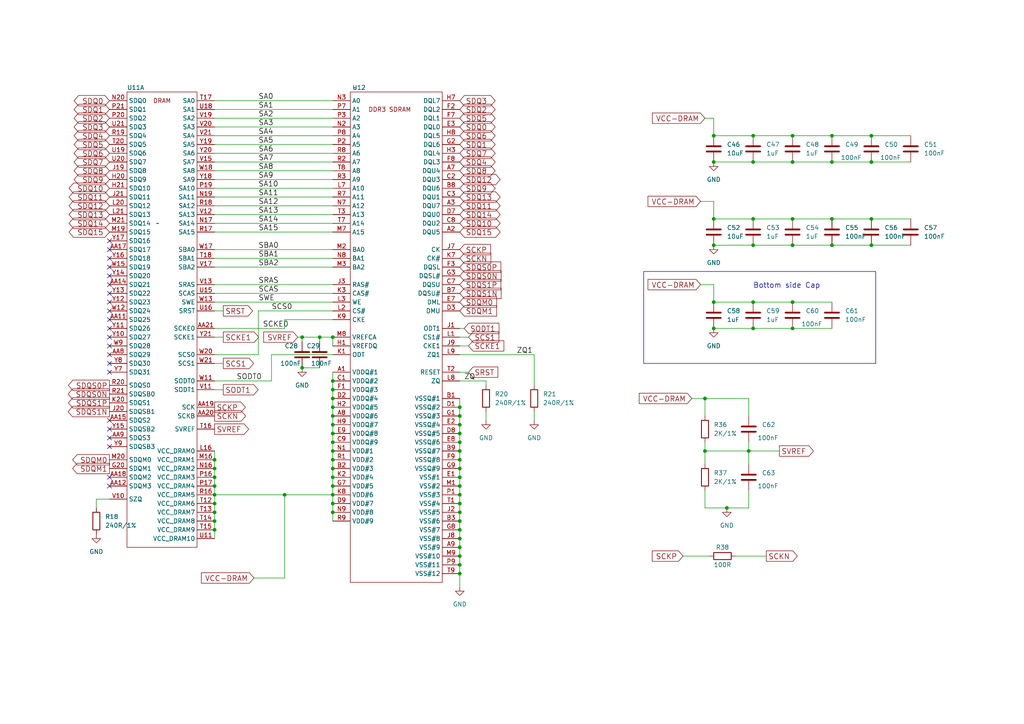
<source format=kicad_sch>
(kicad_sch (version 20230121) (generator eeschema)
  (paper "A4")
  (junction (at 252.73 46.99))
  (junction (at 62.23 135.89))
  (junction (at 241.3 39.37))
  (junction (at 204.47 130.81))
  (junction (at 229.87 63.5))
  (junction (at 62.23 143.51))
  (junction (at 133.35 166.37))
  (junction (at 133.35 140.97))
  (junction (at 62.23 148.59))
  (junction (at 96.52 125.73))
  (junction (at 252.73 39.37))
  (junction (at 207.01 39.37))
  (junction (at 133.35 125.73))
  (junction (at 229.87 95.25))
  (junction (at 218.44 46.99))
  (junction (at 133.35 118.11))
  (junction (at 218.44 71.12))
  (junction (at 96.52 113.03))
  (junction (at 229.87 39.37))
  (junction (at 96.52 148.59))
  (junction (at 133.35 123.19))
  (junction (at 207.01 87.63))
  (junction (at 229.87 46.99))
  (junction (at 87.63 106.68))
  (junction (at 96.52 97.79))
  (junction (at 133.35 156.21))
  (junction (at 96.52 135.89))
  (junction (at 133.35 161.29))
  (junction (at 96.52 130.81))
  (junction (at 96.52 110.49))
  (junction (at 62.23 140.97))
  (junction (at 204.47 115.57))
  (junction (at 133.35 146.05))
  (junction (at 217.17 130.81))
  (junction (at 92.71 97.79))
  (junction (at 133.35 138.43))
  (junction (at 218.44 87.63))
  (junction (at 218.44 63.5))
  (junction (at 87.63 97.79))
  (junction (at 229.87 87.63))
  (junction (at 218.44 39.37))
  (junction (at 218.44 95.25))
  (junction (at 133.35 120.65))
  (junction (at 252.73 71.12))
  (junction (at 229.87 71.12))
  (junction (at 96.52 120.65))
  (junction (at 62.23 153.67))
  (junction (at 62.23 151.13))
  (junction (at 96.52 128.27))
  (junction (at 96.52 115.57))
  (junction (at 133.35 158.75))
  (junction (at 96.52 140.97))
  (junction (at 96.52 146.05))
  (junction (at 241.3 71.12))
  (junction (at 133.35 130.81))
  (junction (at 62.23 138.43))
  (junction (at 62.23 133.35))
  (junction (at 96.52 143.51))
  (junction (at 133.35 153.67))
  (junction (at 207.01 46.99))
  (junction (at 96.52 133.35))
  (junction (at 133.35 133.35))
  (junction (at 82.55 143.51))
  (junction (at 133.35 128.27))
  (junction (at 207.01 71.12))
  (junction (at 133.35 135.89))
  (junction (at 96.52 118.11))
  (junction (at 241.3 46.99))
  (junction (at 133.35 151.13))
  (junction (at 207.01 63.5))
  (junction (at 133.35 148.59))
  (junction (at 252.73 63.5))
  (junction (at 96.52 123.19))
  (junction (at 133.35 163.83))
  (junction (at 207.01 95.25))
  (junction (at 210.82 147.32))
  (junction (at 241.3 63.5))
  (junction (at 96.52 138.43))
  (junction (at 62.23 146.05))
  (junction (at 133.35 143.51))
  (no_connect (at 31.75 69.85))
  (no_connect (at 31.75 127))
  (no_connect (at 31.75 90.17))
  (no_connect (at 31.75 82.55))
  (no_connect (at 31.75 87.63))
  (no_connect (at 31.75 74.93))
  (no_connect (at 31.75 129.54))
  (no_connect (at 31.75 77.47))
  (no_connect (at 31.75 72.39))
  (no_connect (at 31.75 105.41))
  (no_connect (at 31.75 107.95))
  (no_connect (at 31.75 95.25))
  (no_connect (at 31.75 92.71))
  (no_connect (at 31.75 121.92))
  (no_connect (at 31.75 124.46))
  (no_connect (at 31.75 85.09))
  (no_connect (at 31.75 138.43))
  (no_connect (at 31.75 97.79))
  (no_connect (at 31.75 80.01))
  (no_connect (at 31.75 140.97))
  (no_connect (at 31.75 102.87))
  (no_connect (at 31.75 100.33))
  (wire (pts (xy 241.3 63.5) (xy 252.73 63.5)))
  (wire (pts (xy 62.23 67.31) (xy 96.52 67.31)))
  (wire (pts (xy 133.35 133.35) (xy 133.35 135.89)))
  (wire (pts (xy 96.52 115.57) (xy 96.52 118.11)))
  (wire (pts (xy 133.35 95.25) (xy 134.62 95.25)))
  (wire (pts (xy 96.52 107.95) (xy 96.52 110.49)))
  (wire (pts (xy 62.23 133.35) (xy 62.23 135.89)))
  (wire (pts (xy 133.35 128.27) (xy 133.35 130.81)))
  (wire (pts (xy 133.35 156.21) (xy 133.35 158.75)))
  (wire (pts (xy 204.47 130.81) (xy 217.17 130.81)))
  (wire (pts (xy 218.44 71.12) (xy 229.87 71.12)))
  (wire (pts (xy 96.52 118.11) (xy 96.52 120.65)))
  (wire (pts (xy 207.01 82.55) (xy 203.2 82.55)))
  (wire (pts (xy 207.01 63.5) (xy 207.01 58.42)))
  (wire (pts (xy 96.52 113.03) (xy 96.52 115.57)))
  (wire (pts (xy 78.74 110.49) (xy 78.74 102.87)))
  (wire (pts (xy 207.01 39.37) (xy 218.44 39.37)))
  (wire (pts (xy 133.35 118.11) (xy 133.35 120.65)))
  (wire (pts (xy 78.74 102.87) (xy 96.52 102.87)))
  (wire (pts (xy 217.17 115.57) (xy 217.17 120.65)))
  (wire (pts (xy 87.63 106.68) (xy 92.71 106.68)))
  (wire (pts (xy 133.35 166.37) (xy 133.35 170.18)))
  (wire (pts (xy 252.73 71.12) (xy 264.16 71.12)))
  (wire (pts (xy 62.23 59.69) (xy 96.52 59.69)))
  (wire (pts (xy 62.23 140.97) (xy 62.23 143.51)))
  (wire (pts (xy 96.52 146.05) (xy 96.52 148.59)))
  (wire (pts (xy 62.23 34.29) (xy 96.52 34.29)))
  (wire (pts (xy 218.44 39.37) (xy 229.87 39.37)))
  (wire (pts (xy 62.23 95.25) (xy 82.55 95.25)))
  (wire (pts (xy 62.23 85.09) (xy 96.52 85.09)))
  (wire (pts (xy 229.87 63.5) (xy 241.3 63.5)))
  (wire (pts (xy 229.87 39.37) (xy 241.3 39.37)))
  (wire (pts (xy 207.01 34.29) (xy 207.01 39.37)))
  (wire (pts (xy 241.3 71.12) (xy 252.73 71.12)))
  (wire (pts (xy 96.52 130.81) (xy 96.52 133.35)))
  (wire (pts (xy 62.23 151.13) (xy 62.23 153.67)))
  (wire (pts (xy 96.52 120.65) (xy 96.52 123.19)))
  (wire (pts (xy 207.01 87.63) (xy 218.44 87.63)))
  (wire (pts (xy 204.47 115.57) (xy 204.47 120.65)))
  (wire (pts (xy 62.23 72.39) (xy 96.52 72.39)))
  (wire (pts (xy 133.35 158.75) (xy 133.35 161.29)))
  (wire (pts (xy 229.87 87.63) (xy 241.3 87.63)))
  (wire (pts (xy 62.23 138.43) (xy 62.23 140.97)))
  (wire (pts (xy 133.35 140.97) (xy 133.35 143.51)))
  (wire (pts (xy 154.94 111.76) (xy 154.94 102.87)))
  (wire (pts (xy 96.52 128.27) (xy 96.52 130.81)))
  (wire (pts (xy 133.35 125.73) (xy 133.35 128.27)))
  (wire (pts (xy 218.44 95.25) (xy 229.87 95.25)))
  (wire (pts (xy 92.71 97.79) (xy 92.71 99.06)))
  (wire (pts (xy 154.94 102.87) (xy 133.35 102.87)))
  (wire (pts (xy 87.63 97.79) (xy 87.63 99.06)))
  (wire (pts (xy 62.23 36.83) (xy 96.52 36.83)))
  (wire (pts (xy 198.12 161.29) (xy 205.74 161.29)))
  (wire (pts (xy 217.17 130.81) (xy 217.17 134.62)))
  (wire (pts (xy 204.47 34.29) (xy 207.01 34.29)))
  (wire (pts (xy 62.23 146.05) (xy 62.23 148.59)))
  (wire (pts (xy 62.23 130.81) (xy 62.23 133.35)))
  (wire (pts (xy 133.35 135.89) (xy 133.35 138.43)))
  (wire (pts (xy 96.52 125.73) (xy 96.52 128.27)))
  (wire (pts (xy 62.23 52.07) (xy 96.52 52.07)))
  (wire (pts (xy 204.47 128.27) (xy 204.47 130.81)))
  (wire (pts (xy 207.01 46.99) (xy 218.44 46.99)))
  (wire (pts (xy 62.23 143.51) (xy 62.23 146.05)))
  (wire (pts (xy 62.23 64.77) (xy 96.52 64.77)))
  (wire (pts (xy 140.97 119.38) (xy 140.97 121.92)))
  (wire (pts (xy 62.23 148.59) (xy 62.23 151.13)))
  (wire (pts (xy 218.44 87.63) (xy 229.87 87.63)))
  (wire (pts (xy 252.73 63.5) (xy 264.16 63.5)))
  (wire (pts (xy 252.73 39.37) (xy 264.16 39.37)))
  (wire (pts (xy 62.23 54.61) (xy 96.52 54.61)))
  (wire (pts (xy 207.01 71.12) (xy 218.44 71.12)))
  (wire (pts (xy 133.35 130.81) (xy 133.35 133.35)))
  (wire (pts (xy 241.3 39.37) (xy 252.73 39.37)))
  (wire (pts (xy 229.87 71.12) (xy 241.3 71.12)))
  (wire (pts (xy 133.35 100.33) (xy 135.89 100.33)))
  (wire (pts (xy 62.23 110.49) (xy 78.74 110.49)))
  (wire (pts (xy 204.47 130.81) (xy 204.47 134.62)))
  (wire (pts (xy 62.23 143.51) (xy 82.55 143.51)))
  (wire (pts (xy 62.23 49.53) (xy 96.52 49.53)))
  (wire (pts (xy 62.23 46.99) (xy 96.52 46.99)))
  (wire (pts (xy 96.52 138.43) (xy 96.52 140.97)))
  (wire (pts (xy 96.52 148.59) (xy 96.52 151.13)))
  (wire (pts (xy 62.23 113.03) (xy 64.77 113.03)))
  (wire (pts (xy 74.93 102.87) (xy 74.93 90.17)))
  (wire (pts (xy 62.23 105.41) (xy 64.77 105.41)))
  (wire (pts (xy 87.63 97.79) (xy 92.71 97.79)))
  (wire (pts (xy 96.52 140.97) (xy 96.52 143.51)))
  (wire (pts (xy 62.23 102.87) (xy 74.93 102.87)))
  (wire (pts (xy 133.35 110.49) (xy 140.97 110.49)))
  (wire (pts (xy 218.44 63.5) (xy 229.87 63.5)))
  (wire (pts (xy 133.35 120.65) (xy 133.35 123.19)))
  (wire (pts (xy 62.23 44.45) (xy 96.52 44.45)))
  (wire (pts (xy 154.94 119.38) (xy 154.94 121.92)))
  (wire (pts (xy 96.52 92.71) (xy 82.55 92.71)))
  (wire (pts (xy 210.82 147.32) (xy 217.17 147.32)))
  (wire (pts (xy 74.93 90.17) (xy 96.52 90.17)))
  (wire (pts (xy 229.87 46.99) (xy 241.3 46.99)))
  (wire (pts (xy 31.75 144.78) (xy 27.94 144.78)))
  (wire (pts (xy 133.35 153.67) (xy 133.35 156.21)))
  (wire (pts (xy 217.17 130.81) (xy 226.06 130.81)))
  (wire (pts (xy 96.52 143.51) (xy 96.52 146.05)))
  (wire (pts (xy 62.23 82.55) (xy 96.52 82.55)))
  (wire (pts (xy 207.01 87.63) (xy 207.01 82.55)))
  (wire (pts (xy 96.52 123.19) (xy 96.52 125.73)))
  (wire (pts (xy 62.23 29.21) (xy 96.52 29.21)))
  (wire (pts (xy 62.23 62.23) (xy 96.52 62.23)))
  (wire (pts (xy 27.94 144.78) (xy 27.94 147.32)))
  (wire (pts (xy 133.35 107.95) (xy 135.89 107.95)))
  (wire (pts (xy 229.87 95.25) (xy 241.3 95.25)))
  (wire (pts (xy 252.73 46.99) (xy 264.16 46.99)))
  (wire (pts (xy 62.23 97.79) (xy 64.77 97.79)))
  (wire (pts (xy 62.23 135.89) (xy 62.23 138.43)))
  (wire (pts (xy 133.35 148.59) (xy 133.35 151.13)))
  (wire (pts (xy 96.52 97.79) (xy 96.52 100.33)))
  (wire (pts (xy 207.01 95.25) (xy 218.44 95.25)))
  (wire (pts (xy 92.71 97.79) (xy 96.52 97.79)))
  (wire (pts (xy 133.35 97.79) (xy 135.89 97.79)))
  (wire (pts (xy 82.55 167.64) (xy 73.66 167.64)))
  (wire (pts (xy 217.17 147.32) (xy 217.17 142.24)))
  (wire (pts (xy 62.23 74.93) (xy 96.52 74.93)))
  (wire (pts (xy 204.47 142.24) (xy 204.47 147.32)))
  (wire (pts (xy 96.52 133.35) (xy 96.52 135.89)))
  (wire (pts (xy 204.47 147.32) (xy 210.82 147.32)))
  (wire (pts (xy 86.36 97.79) (xy 87.63 97.79)))
  (wire (pts (xy 217.17 128.27) (xy 217.17 130.81)))
  (wire (pts (xy 133.35 143.51) (xy 133.35 146.05)))
  (wire (pts (xy 133.35 163.83) (xy 133.35 166.37)))
  (wire (pts (xy 62.23 41.91) (xy 96.52 41.91)))
  (wire (pts (xy 82.55 143.51) (xy 82.55 167.64)))
  (wire (pts (xy 200.66 115.57) (xy 204.47 115.57)))
  (wire (pts (xy 207.01 58.42) (xy 203.2 58.42)))
  (wire (pts (xy 133.35 151.13) (xy 133.35 153.67)))
  (wire (pts (xy 62.23 57.15) (xy 96.52 57.15)))
  (wire (pts (xy 207.01 63.5) (xy 218.44 63.5)))
  (wire (pts (xy 204.47 115.57) (xy 217.17 115.57)))
  (wire (pts (xy 133.35 146.05) (xy 133.35 148.59)))
  (wire (pts (xy 96.52 135.89) (xy 96.52 138.43)))
  (wire (pts (xy 218.44 46.99) (xy 229.87 46.99)))
  (wire (pts (xy 140.97 110.49) (xy 140.97 111.76)))
  (wire (pts (xy 133.35 123.19) (xy 133.35 125.73)))
  (wire (pts (xy 241.3 46.99) (xy 252.73 46.99)))
  (wire (pts (xy 213.36 161.29) (xy 222.25 161.29)))
  (wire (pts (xy 133.35 138.43) (xy 133.35 140.97)))
  (wire (pts (xy 133.35 161.29) (xy 133.35 163.83)))
  (wire (pts (xy 62.23 153.67) (xy 62.23 156.21)))
  (wire (pts (xy 62.23 39.37) (xy 96.52 39.37)))
  (wire (pts (xy 82.55 143.51) (xy 96.52 143.51)))
  (wire (pts (xy 62.23 90.17) (xy 64.77 90.17)))
  (wire (pts (xy 133.35 115.57) (xy 133.35 118.11)))
  (wire (pts (xy 62.23 87.63) (xy 96.52 87.63)))
  (wire (pts (xy 62.23 31.75) (xy 96.52 31.75)))
  (wire (pts (xy 62.23 77.47) (xy 96.52 77.47)))
  (wire (pts (xy 96.52 110.49) (xy 96.52 113.03)))
  (wire (pts (xy 82.55 92.71) (xy 82.55 95.25)))
  (rectangle (start 186.69 78.74) (end 254 105.41))
  (text "Bottom side Cap" (at 218.44 83.82 0) (effects (font (size 1.524 1.524)) (justify left bottom)))
  (label "SCS0" (at 78.74 90.17 0) (effects (font (size 1.524 1.524))))
  (label "SODT0" (at 68.58 110.49 0) (effects (font (size 1.524 1.524))))
  (label "SA15" (at 74.93 67.31 0) (effects (font (size 1.524 1.524))))
  (label "ZQ" (at 134.62 110.49 0) (effects (font (size 1.524 1.524))))
  (label "SA1" (at 74.93 31.75 0) (effects (font (size 1.524 1.524))))
  (label "SA5" (at 74.93 41.91 0) (effects (font (size 1.524 1.524))))
  (label "SA12" (at 74.93 59.69 0) (effects (font (size 1.524 1.524))))
  (label "SBA0" (at 74.93 72.39 0) (effects (font (size 1.524 1.524))))
  (label "SWE" (at 74.93 87.63 0) (effects (font (size 1.524 1.524))))
  (label "SA7" (at 74.93 46.99 0) (effects (font (size 1.524 1.524))))
  (label "SA0" (at 74.93 29.21 0) (effects (font (size 1.524 1.524))))
  (label "SRAS" (at 74.93 82.55 0) (effects (font (size 1.524 1.524))))
  (label "SA3" (at 74.93 36.83 0) (effects (font (size 1.524 1.524))))
  (label "SA11" (at 74.93 57.15 0) (effects (font (size 1.524 1.524))))
  (label "SA8" (at 74.93 49.53 0) (effects (font (size 1.524 1.524))))
  (label "SBA1" (at 74.93 74.93 0) (effects (font (size 1.524 1.524))))
  (label "SA6" (at 74.93 44.45 0) (effects (font (size 1.524 1.524))))
  (label "SA4" (at 74.93 39.37 0) (effects (font (size 1.524 1.524))))
  (label "SCAS" (at 74.93 85.09 0) (effects (font (size 1.524 1.524))))
  (label "SCKE0" (at 76.2 95.25 0) (effects (font (size 1.524 1.524))))
  (label "SBA2" (at 74.93 77.47 0) (effects (font (size 1.524 1.524))))
  (label "SA2" (at 74.93 34.29 0) (effects (font (size 1.524 1.524))))
  (label "SA9" (at 74.93 52.07 0) (effects (font (size 1.524 1.524))))
  (label "ZQ1" (at 149.86 102.87 0) (effects (font (size 1.524 1.524))))
  (label "SA10" (at 74.9145 54.61 0) (effects (font (size 1.524 1.524))))
  (label "SA14" (at 74.93 64.77 0) (effects (font (size 1.524 1.524))))
  (label "SA13" (at 74.93 62.23 0) (effects (font (size 1.524 1.524))))
  (global_label "SDQ9" (shape bidirectional) (at 31.75 52.07 180) (effects (font (size 1.524 1.524))) (property "Intersheetrefs" "${INTERSHEET_REFS}" (effects hide)))
  (global_label "SDQM1" (shape input) (at 133.35 90.17 0) (effects (font (size 1.524 1.524))) (property "Intersheetrefs" "${INTERSHEET_REFS}" (effects hide)))
  (global_label "SDQ1" (shape bidirectional) (at 133.35 41.91 0) (effects (font (size 1.524 1.524))) (property "Intersheetrefs" "${INTERSHEET_REFS}" (effects hide)))
  (global_label "SDQ5" (shape bidirectional) (at 31.75 41.91 180) (effects (font (size 1.524 1.524))) (property "Intersheetrefs" "${INTERSHEET_REFS}" (effects hide)))
  (global_label "VCC-DRAM" (shape input) (at 203.2 58.42 180) (effects (font (size 1.524 1.524))) (property "Intersheetrefs" "${INTERSHEET_REFS}" (effects hide)))
  (global_label "SDQ6" (shape bidirectional) (at 133.35 39.37 0) (effects (font (size 1.524 1.524))) (property "Intersheetrefs" "${INTERSHEET_REFS}" (effects hide)))
  (global_label "SRST" (shape output) (at 64.77 90.17 0) (effects (font (size 1.524 1.524))) (property "Intersheetrefs" "${INTERSHEET_REFS}" (effects hide)))
  (global_label "SDQ3" (shape bidirectional) (at 133.35 29.21 0) (effects (font (size 1.524 1.524))) (property "Intersheetrefs" "${INTERSHEET_REFS}" (effects hide)))
  (global_label "SDQ0" (shape bidirectional) (at 133.35 36.83 0) (effects (font (size 1.524 1.524))) (property "Intersheetrefs" "${INTERSHEET_REFS}" (effects hide)))
  (global_label "SDQ10" (shape bidirectional) (at 133.35 64.77 0) (effects (font (size 1.524 1.524))) (property "Intersheetrefs" "${INTERSHEET_REFS}" (effects hide)))
  (global_label "SDQ1" (shape bidirectional) (at 31.75 31.75 180) (effects (font (size 1.524 1.524))) (property "Intersheetrefs" "${INTERSHEET_REFS}" (effects hide)))
  (global_label "SDQS1P" (shape input) (at 133.35 82.55 0) (effects (font (size 1.524 1.524))) (property "Intersheetrefs" "${INTERSHEET_REFS}" (effects hide)))
  (global_label "SDQS0P" (shape output) (at 31.75 111.76 180) (effects (font (size 1.524 1.524))) (property "Intersheetrefs" "${INTERSHEET_REFS}" (effects hide)))
  (global_label "SDQ13" (shape bidirectional) (at 31.75 62.23 180) (effects (font (size 1.524 1.524))) (property "Intersheetrefs" "${INTERSHEET_REFS}" (effects hide)))
  (global_label "SDQ4" (shape bidirectional) (at 133.35 46.99 0) (effects (font (size 1.524 1.524))) (property "Intersheetrefs" "${INTERSHEET_REFS}" (effects hide)))
  (global_label "SCKN" (shape output) (at 222.25 161.29 0) (effects (font (size 1.524 1.524))) (property "Intersheetrefs" "${INTERSHEET_REFS}" (effects hide)))
  (global_label "SDQ15" (shape bidirectional) (at 31.75 67.31 180) (effects (font (size 1.524 1.524))) (property "Intersheetrefs" "${INTERSHEET_REFS}" (effects hide)))
  (global_label "SCS1" (shape input) (at 135.89 97.79 0) (effects (font (size 1.524 1.524))) (property "Intersheetrefs" "${INTERSHEET_REFS}" (effects hide)))
  (global_label "SODT1" (shape input) (at 134.62 95.25 0) (effects (font (size 1.524 1.524))) (property "Intersheetrefs" "${INTERSHEET_REFS}" (effects hide)))
  (global_label "SDQ5" (shape bidirectional) (at 133.35 34.29 0) (effects (font (size 1.524 1.524))) (property "Intersheetrefs" "${INTERSHEET_REFS}" (effects hide)))
  (global_label "SDQ14" (shape bidirectional) (at 31.75 64.77 180) (effects (font (size 1.524 1.524))) (property "Intersheetrefs" "${INTERSHEET_REFS}" (effects hide)))
  (global_label "SDQM0" (shape output) (at 31.75 133.35 180) (effects (font (size 1.524 1.524))) (property "Intersheetrefs" "${INTERSHEET_REFS}" (effects hide)))
  (global_label "SDQS0N" (shape input) (at 133.35 80.01 0) (effects (font (size 1.524 1.524))) (property "Intersheetrefs" "${INTERSHEET_REFS}" (effects hide)))
  (global_label "SVREF" (shape input) (at 86.36 97.79 180) (effects (font (size 1.524 1.524))) (property "Intersheetrefs" "${INTERSHEET_REFS}" (effects hide)))
  (global_label "VCC-DRAM" (shape input) (at 73.66 167.64 180) (effects (font (size 1.524 1.524))) (property "Intersheetrefs" "${INTERSHEET_REFS}" (effects hide)))
  (global_label "SDQ10" (shape bidirectional) (at 31.75 54.61 180) (effects (font (size 1.524 1.524))) (property "Intersheetrefs" "${INTERSHEET_REFS}" (effects hide)))
  (global_label "SVREF" (shape output) (at 62.23 124.46 0) (effects (font (size 1.524 1.524))) (property "Intersheetrefs" "${INTERSHEET_REFS}" (effects hide)))
  (global_label "SDQ6" (shape bidirectional) (at 31.75 44.45 180) (effects (font (size 1.524 1.524))) (property "Intersheetrefs" "${INTERSHEET_REFS}" (effects hide)))
  (global_label "SDQ2" (shape bidirectional) (at 31.75 34.29 180) (effects (font (size 1.524 1.524))) (property "Intersheetrefs" "${INTERSHEET_REFS}" (effects hide)))
  (global_label "SDQ2" (shape bidirectional) (at 133.35 31.75 0) (effects (font (size 1.524 1.524))) (property "Intersheetrefs" "${INTERSHEET_REFS}" (effects hide)))
  (global_label "SDQM0" (shape input) (at 133.35 87.63 0) (effects (font (size 1.524 1.524))) (property "Intersheetrefs" "${INTERSHEET_REFS}" (effects hide)))
  (global_label "SODT1" (shape output) (at 64.77 113.03 0) (effects (font (size 1.524 1.524))) (property "Intersheetrefs" "${INTERSHEET_REFS}" (effects hide)))
  (global_label "SCS1" (shape output) (at 64.77 105.41 0) (effects (font (size 1.524 1.524))) (property "Intersheetrefs" "${INTERSHEET_REFS}" (effects hide)))
  (global_label "SCKP" (shape input) (at 198.12 161.29 180) (effects (font (size 1.524 1.524))) (property "Intersheetrefs" "${INTERSHEET_REFS}" (effects hide)))
  (global_label "SDQ4" (shape bidirectional) (at 31.75 39.37 180) (effects (font (size 1.524 1.524))) (property "Intersheetrefs" "${INTERSHEET_REFS}" (effects hide)))
  (global_label "SVREF" (shape output) (at 226.06 130.81 0) (effects (font (size 1.524 1.524))) (property "Intersheetrefs" "${INTERSHEET_REFS}" (effects hide)))
  (global_label "SDQS1N" (shape output) (at 31.75 119.38 180) (effects (font (size 1.524 1.524))) (property "Intersheetrefs" "${INTERSHEET_REFS}" (effects hide)))
  (global_label "SDQ3" (shape bidirectional) (at 31.75 36.83 180) (effects (font (size 1.524 1.524))) (property "Intersheetrefs" "${INTERSHEET_REFS}" (effects hide)))
  (global_label "SCKE1" (shape output) (at 64.77 97.79 0) (effects (font (size 1.524 1.524))) (property "Intersheetrefs" "${INTERSHEET_REFS}" (effects hide)))
  (global_label "VCC-DRAM" (shape input) (at 203.2 82.55 180) (effects (font (size 1.524 1.524))) (property "Intersheetrefs" "${INTERSHEET_REFS}" (effects hide)))
  (global_label "SRST" (shape input) (at 135.89 107.95 0) (effects (font (size 1.524 1.524))) (property "Intersheetrefs" "${INTERSHEET_REFS}" (effects hide)))
  (global_label "SDQ11" (shape bidirectional) (at 133.35 59.69 0) (effects (font (size 1.524 1.524))) (property "Intersheetrefs" "${INTERSHEET_REFS}" (effects hide)))
  (global_label "VCC-DRAM" (shape input) (at 204.47 34.29 180) (effects (font (size 1.524 1.524))) (property "Intersheetrefs" "${INTERSHEET_REFS}" (effects hide)))
  (global_label "SDQS0N" (shape output) (at 31.75 114.3 180) (effects (font (size 1.524 1.524))) (property "Intersheetrefs" "${INTERSHEET_REFS}" (effects hide)))
  (global_label "SDQ8" (shape bidirectional) (at 31.75 49.53 180) (effects (font (size 1.524 1.524))) (property "Intersheetrefs" "${INTERSHEET_REFS}" (effects hide)))
  (global_label "SDQS1N" (shape input) (at 133.35 85.09 0) (effects (font (size 1.524 1.524))) (property "Intersheetrefs" "${INTERSHEET_REFS}" (effects hide)))
  (global_label "SDQ11" (shape bidirectional) (at 31.75 57.15 180) (effects (font (size 1.524 1.524))) (property "Intersheetrefs" "${INTERSHEET_REFS}" (effects hide)))
  (global_label "SDQ7" (shape bidirectional) (at 133.35 44.45 0) (effects (font (size 1.524 1.524))) (property "Intersheetrefs" "${INTERSHEET_REFS}" (effects hide)))
  (global_label "SDQ12" (shape bidirectional) (at 133.35 52.07 0) (effects (font (size 1.524 1.524))) (property "Intersheetrefs" "${INTERSHEET_REFS}" (effects hide)))
  (global_label "SDQ15" (shape bidirectional) (at 133.35 67.31 0) (effects (font (size 1.524 1.524))) (property "Intersheetrefs" "${INTERSHEET_REFS}" (effects hide)))
  (global_label "SCKN" (shape input) (at 133.35 74.93 0) (effects (font (size 1.524 1.524))) (property "Intersheetrefs" "${INTERSHEET_REFS}" (effects hide)))
  (global_label "SDQ7" (shape bidirectional) (at 31.75 46.99 180) (effects (font (size 1.524 1.524))) (property "Intersheetrefs" "${INTERSHEET_REFS}" (effects hide)))
  (global_label "SDQ9" (shape bidirectional) (at 133.35 54.61 0) (effects (font (size 1.524 1.524))) (property "Intersheetrefs" "${INTERSHEET_REFS}" (effects hide)))
  (global_label "SDQ13" (shape bidirectional) (at 133.35 57.15 0) (effects (font (size 1.524 1.524))) (property "Intersheetrefs" "${INTERSHEET_REFS}" (effects hide)))
  (global_label "SDQ0" (shape bidirectional) (at 31.75 29.21 180) (effects (font (size 1.524 1.524))) (property "Intersheetrefs" "${INTERSHEET_REFS}" (effects hide)))
  (global_label "VCC-DRAM" (shape input) (at 200.66 115.57 180) (effects (font (size 1.524 1.524))) (property "Intersheetrefs" "${INTERSHEET_REFS}" (effects hide)))
  (global_label "SDQS0P" (shape input) (at 133.35 77.47 0) (effects (font (size 1.524 1.524))) (property "Intersheetrefs" "${INTERSHEET_REFS}" (effects hide)))
  (global_label "SCKE1" (shape input) (at 135.89 100.33 0) (effects (font (size 1.524 1.524))) (property "Intersheetrefs" "${INTERSHEET_REFS}" (effects hide)))
  (global_label "SCKP" (shape input) (at 133.35 72.39 0) (effects (font (size 1.524 1.524))) (property "Intersheetrefs" "${INTERSHEET_REFS}" (effects hide)))
  (global_label "SCKP" (shape output) (at 62.23 118.11 0) (effects (font (size 1.524 1.524))) (property "Intersheetrefs" "${INTERSHEET_REFS}" (effects hide)))
  (global_label "SDQS1P" (shape output) (at 31.75 116.84 180) (effects (font (size 1.524 1.524))) (property "Intersheetrefs" "${INTERSHEET_REFS}" (effects hide)))
  (global_label "SDQ8" (shape bidirectional) (at 133.35 49.53 0) (effects (font (size 1.524 1.524))) (property "Intersheetrefs" "${INTERSHEET_REFS}" (effects hide)))
  (global_label "SCKN" (shape output) (at 62.23 120.65 0) (effects (font (size 1.524 1.524))) (property "Intersheetrefs" "${INTERSHEET_REFS}" (effects hide)))
  (global_label "SDQ14" (shape bidirectional) (at 133.35 62.23 0) (effects (font (size 1.524 1.524))) (property "Intersheetrefs" "${INTERSHEET_REFS}" (effects hide)))
  (global_label "SDQ12" (shape bidirectional) (at 31.75 59.69 180) (effects (font (size 1.524 1.524))) (property "Intersheetrefs" "${INTERSHEET_REFS}" (effects hide)))
  (global_label "SDQM1" (shape output) (at 31.75 135.89 180) (effects (font (size 1.524 1.524))) (property "Intersheetrefs" "${INTERSHEET_REFS}" (effects hide)))
  (symbol (lib_id "Device:R") (at 204.47 124.46 0) (unit 1)
    (property "Reference" "R36" (at 207.01 123.19 0) (effects (justify left)))
    (property "Value" "2K/1%" (at 207.01 125.73 0) (effects (justify left)))
    (property "Footprint" "Resistor_SMD:R_0402_1005Metric" (effects hide))
  )
  (symbol (lib_id "Device:C") (at 218.44 43.18 0) (unit 1)
    (property "Reference" "C47" (at 222.25 41.91 0) (effects (justify left)))
    (property "Value" "1uF" (at 222.25 44.45 0) (effects (justify left)))
    (property "Footprint" "Capacitor_SMD:C_0402_1005Metric" (effects hide))
  )
  (symbol (lib_id "power:GND") (at 140.97 121.92 0) (unit 1)
    (property "Reference" "#PWR046" (effects hide))
    (property "Value" "GND" (at 140.97 127 0))
  )
  (symbol (lib_id "power:GND") (at 207.01 46.99 0) (unit 1)
    (property "Reference" "#PWR071" (effects hide))
    (property "Value" "GND" (at 207.01 52.07 0))
  )
  (symbol (lib_id "power:GND") (at 133.35 170.18 0) (unit 1)
    (property "Reference" "#PWR045" (effects hide))
    (property "Value" "GND" (at 133.35 175.26 0))
  )
  (symbol (lib_id "Device:C") (at 229.87 91.44 0) (unit 1)
    (property "Reference" "C60" (at 233.68 90.17 0) (effects (justify left)))
    (property "Value" "100nF" (at 232.41 93.98 0) (effects (justify left)))
    (property "Footprint" "Capacitor_SMD:C_0402_1005Metric" (effects hide))
  )
  (symbol (lib_id "power:GND") (at 210.82 147.32 0) (unit 1)
    (property "Reference" "#PWR073" (effects hide))
    (property "Value" "GND" (at 210.82 152.4 0))
  )
  (symbol (lib_id "Device:C") (at 207.01 91.44 0) (unit 1)
    (property "Reference" "C58" (at 210.82 90.17 0) (effects (justify left)))
    (property "Value" "1uF" (at 210.82 92.71 0) (effects (justify left)))
    (property "Footprint" "Capacitor_SMD:C_0402_1005Metric" (effects hide))
  )
  (symbol (lib_id "Device:C") (at 229.87 43.18 0) (unit 1)
    (property "Reference" "C48" (at 233.68 41.91 0) (effects (justify left)))
    (property "Value" "1uF" (at 233.68 44.45 0) (effects (justify left)))
    (property "Footprint" "Capacitor_SMD:C_0402_1005Metric" (effects hide))
  )
  (symbol (lib_id "Device:C") (at 207.01 67.31 0) (unit 1)
    (property "Reference" "C52" (at 210.82 66.04 0) (effects (justify left)))
    (property "Value" "10uF" (at 210.82 68.58 0) (effects (justify left)))
    (property "Footprint" "Capacitor_SMD:C_0402_1005Metric" (effects hide))
  )
  (symbol (lib_id "Device:C") (at 252.73 67.31 0) (unit 1)
    (property "Reference" "C56" (at 256.54 66.04 0) (effects (justify left)))
    (property "Value" "100nF" (at 256.54 68.58 0) (effects (justify left)))
    (property "Footprint" "Capacitor_SMD:C_0402_1005Metric" (effects hide))
  )
  (symbol (lib_id "Device:R") (at 27.94 151.13 0) (unit 1)
    (property "Reference" "R18" (at 30.48 149.86 0) (effects (justify left)))
    (property "Value" "240R/1%" (at 30.48 152.4 0) (effects (justify left)))
    (property "Footprint" "Resistor_SMD:R_0603_1608Metric" (effects hide))
  )
  (symbol (lib_id "Device:C") (at 241.3 67.31 0) (unit 1)
    (property "Reference" "C55" (at 245.11 66.04 0) (effects (justify left)))
    (property "Value" "100nF" (at 245.11 68.58 0) (effects (justify left)))
    (property "Footprint" "Capacitor_SMD:C_0402_1005Metric" (effects hide))
  )
  (symbol (lib_id "Device:R") (at 204.47 138.43 0) (unit 1)
    (property "Reference" "R37" (at 207.01 137.16 0) (effects (justify left)))
    (property "Value" "2K/1%" (at 207.01 139.7 0) (effects (justify left)))
    (property "Footprint" "Resistor_SMD:R_0402_1005Metric" (effects hide))
  )
  (symbol (lib_id "Device:C") (at 229.87 67.31 0) (unit 1)
    (property "Reference" "C54" (at 233.68 66.04 0) (effects (justify left)))
    (property "Value" "1uF" (at 233.68 68.58 0) (effects (justify left)))
    (property "Footprint" "Capacitor_SMD:C_0402_1005Metric" (effects hide))
  )
  (symbol (lib_id "Device:C") (at 92.71 102.87 0) (unit 1)
    (property "Reference" "C29" (at 88.9 100.33 0) (effects (justify left)))
    (property "Value" "100nF" (at 90.17 105.41 0) (effects (justify left)))
    (property "Footprint" "Capacitor_SMD:C_0402_1005Metric" (effects hide))
  )
  (symbol (lib_id "Device:C") (at 241.3 91.44 0) (unit 1)
    (property "Reference" "C61" (at 245.11 90.17 0) (effects (justify left)))
    (property "Value" "100nF" (at 245.11 92.71 0) (effects (justify left)))
    (property "Footprint" "Capacitor_SMD:C_0402_1005Metric" (effects hide))
  )
  (symbol (lib_id "power:GND") (at 27.94 154.94 0) (unit 1)
    (property "Reference" "#PWR040" (effects hide))
    (property "Value" "GND" (at 27.94 160.02 0))
  )
  (symbol (lib_id "power:GND") (at 87.63 106.68 0) (unit 1)
    (property "Reference" "#PWR044" (effects hide))
    (property "Value" "GND" (at 87.63 111.76 0))
  )
  (symbol (lib_id "Device:C") (at 217.17 138.43 0) (unit 1)
    (property "Reference" "C63" (at 220.98 137.16 0) (effects (justify left)))
    (property "Value" "100nF" (at 219.71 140.97 0) (effects (justify left)))
    (property "Footprint" "Capacitor_SMD:C_0402_1005Metric" (effects hide))
  )
  (symbol (lib_id "power:GND") (at 154.94 121.92 0) (unit 1)
    (property "Reference" "#PWR047" (effects hide))
    (property "Value" "GND" (at 154.94 127 0))
  )
  (symbol (lib_id "power:GND") (at 207.01 71.12 0) (unit 1)
    (property "Reference" "#PWR070" (effects hide))
    (property "Value" "GND" (at 207.01 76.2 0))
  )
  (symbol (lib_id "Device:C") (at 207.01 43.18 0) (unit 1)
    (property "Reference" "C46" (at 210.82 41.91 0) (effects (justify left)))
    (property "Value" "10uF" (at 210.82 44.45 0) (effects (justify left)))
    (property "Footprint" "Capacitor_SMD:C_0402_1005Metric" (effects hide))
  )
  (symbol (lib_id "Device:R") (at 154.94 115.57 180) (unit 1)
    (property "Reference" "R21" (at 157.48 114.3 0) (effects (justify right)))
    (property "Value" "240R/1%" (at 157.48 116.84 0) (effects (justify right)))
    (property "Footprint" "Resistor_SMD:R_0603_1608Metric" (effects hide))
  )
  (symbol (lib_id "Device:C") (at 218.44 91.44 0) (unit 1)
    (property "Reference" "C59" (at 222.25 90.17 0) (effects (justify left)))
    (property "Value" "1uF" (at 222.25 92.71 0) (effects (justify left)))
    (property "Footprint" "Capacitor_SMD:C_0402_1005Metric" (effects hide))
  )
  (symbol (lib_id "Device:R") (at 140.97 115.57 180) (unit 1)
    (property "Reference" "R20" (at 143.51 114.3 0) (effects (justify right)))
    (property "Value" "240R/1%" (at 143.51 116.84 0) (effects (justify right)))
    (property "Footprint" "Resistor_SMD:R_0603_1608Metric" (effects hide))
  )
  (symbol (lib_id "Device:C") (at 218.44 67.31 0) (unit 1)
    (property "Reference" "C53" (at 222.25 66.04 0) (effects (justify left)))
    (property "Value" "1uF" (at 222.25 68.58 0) (effects (justify left)))
    (property "Footprint" "Capacitor_SMD:C_0402_1005Metric" (effects hide))
  )
  (symbol (lib_id "WiRoc:K4B2G1646B-HCH9") (at 102.87 25.4 0) (unit 1)
    (property "Reference" "U12" (at 104.14 25.4 0))
    (property "Value" "~" (at 102.87 25.4 0))
    (property "Footprint" "Package_BGA:BGA-96_9.0x13.0mm_Layout2x3x16_P0.8mm" (effects hide))
  )
  (symbol (lib_id "Device:C") (at 264.16 67.31 0) (unit 1)
    (property "Reference" "C57" (at 267.97 66.04 0) (effects (justify left)))
    (property "Value" "100nF" (at 267.97 68.58 0) (effects (justify left)))
    (property "Footprint" "Capacitor_SMD:C_0402_1005Metric" (effects hide))
  )
  (symbol (lib_name "AllwinnerH3_1") (lib_id "WiRoc:AllwinnerH3") (at 45.72 64.77 0) (unit 1)
    (property "Reference" "U11" (at 36.83 25.4 0) (effects (justify left)))
    (property "Value" "~" (at 45.72 64.77 0))
    (property "Footprint" "WiRoc:BGA-347_21x21_14.0x14.0mm" (effects hide))
  )
  (symbol (lib_id "Device:R") (at 209.55 161.29 90) (unit 1)
    (property "Reference" "R38" (at 209.55 158.75 90))
    (property "Value" "100R" (at 209.55 163.83 90))
    (property "Footprint" "Resistor_SMD:R_0402_1005Metric" (effects hide))
  )
  (symbol (lib_id "Device:C") (at 264.16 43.18 0) (unit 1)
    (property "Reference" "C51" (at 267.97 41.91 0) (effects (justify left)))
    (property "Value" "100nF" (at 267.97 44.45 0) (effects (justify left)))
    (property "Footprint" "Capacitor_SMD:C_0402_1005Metric" (effects hide))
  )
  (symbol (lib_id "power:GND") (at 207.01 95.25 0) (unit 1)
    (property "Reference" "#PWR072" (effects hide))
    (property "Value" "GND" (at 207.01 100.33 0))
  )
  (symbol (lib_id "Device:C") (at 217.17 124.46 0) (unit 1)
    (property "Reference" "C62" (at 220.98 123.19 0) (effects (justify left)))
    (property "Value" "100nF" (at 219.71 127 0) (effects (justify left)))
    (property "Footprint" "Capacitor_SMD:C_0402_1005Metric" (effects hide))
  )
  (symbol (lib_id "Device:C") (at 87.63 102.87 0) (unit 1)
    (property "Reference" "C28" (at 82.55 100.33 0) (effects (justify left)))
    (property "Value" "100nF" (at 81.28 105.41 0) (effects (justify left)))
    (property "Footprint" "Capacitor_SMD:C_0402_1005Metric" (effects hide))
  )
  (symbol (lib_id "Device:C") (at 252.73 43.18 0) (unit 1)
    (property "Reference" "C50" (at 256.54 41.91 0) (effects (justify left)))
    (property "Value" "100nF" (at 255.27 45.72 0) (effects (justify left)))
    (property "Footprint" "Capacitor_SMD:C_0402_1005Metric" (effects hide))
  )
  (symbol (lib_id "Device:C") (at 241.3 43.18 0) (unit 1)
    (property "Reference" "C49" (at 245.11 41.91 0) (effects (justify left)))
    (property "Value" "100nF" (at 243.84 45.72 0) (effects (justify left)))
    (property "Footprint" "Capacitor_SMD:C_0402_1005Metric" (effects hide))
  )
)
</source>
